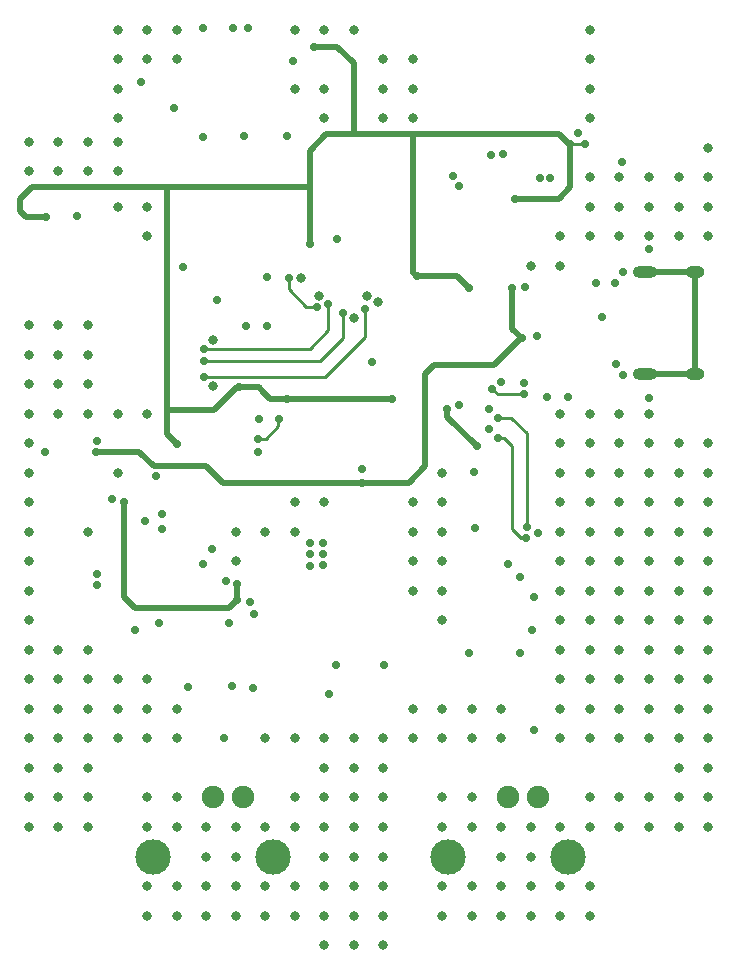
<source format=gbr>
%TF.GenerationSoftware,KiCad,Pcbnew,7.0.9*%
%TF.CreationDate,2024-01-09T08:16:38-05:00*%
%TF.ProjectId,mixed_signal_hw,6d697865-645f-4736-9967-6e616c5f6877,rev?*%
%TF.SameCoordinates,Original*%
%TF.FileFunction,Copper,L4,Bot*%
%TF.FilePolarity,Positive*%
%FSLAX46Y46*%
G04 Gerber Fmt 4.6, Leading zero omitted, Abs format (unit mm)*
G04 Created by KiCad (PCBNEW 7.0.9) date 2024-01-09 08:16:38*
%MOMM*%
%LPD*%
G01*
G04 APERTURE LIST*
%TA.AperFunction,ComponentPad*%
%ADD10C,1.900000*%
%TD*%
%TA.AperFunction,ComponentPad*%
%ADD11C,3.000000*%
%TD*%
%TA.AperFunction,ComponentPad*%
%ADD12O,2.100000X1.000000*%
%TD*%
%TA.AperFunction,ComponentPad*%
%ADD13O,1.600000X1.000000*%
%TD*%
%TA.AperFunction,ViaPad*%
%ADD14C,0.700000*%
%TD*%
%TA.AperFunction,ViaPad*%
%ADD15C,0.800000*%
%TD*%
%TA.AperFunction,Conductor*%
%ADD16C,0.500000*%
%TD*%
%TA.AperFunction,Conductor*%
%ADD17C,0.293370*%
%TD*%
G04 APERTURE END LIST*
D10*
%TO.P,J300,1,In*%
%TO.N,/ADC/IN*%
X113080000Y-119920000D03*
D11*
%TO.P,J300,2,Ext*%
%TO.N,GND*%
X118160000Y-125000000D03*
D10*
X115620000Y-119920000D03*
D11*
X108000000Y-125000000D03*
%TD*%
D10*
%TO.P,J400,1,In*%
%TO.N,/DAC/OUT*%
X138023600Y-119920000D03*
D11*
%TO.P,J400,2,Ext*%
%TO.N,GND*%
X143103600Y-125000000D03*
D10*
X140563600Y-119920000D03*
D11*
X132943600Y-125000000D03*
%TD*%
D12*
%TO.P,J201,S1,SHIELD*%
%TO.N,unconnected-(J201-SHIELD-PadS1)*%
X149680000Y-84145000D03*
D13*
X153860000Y-84145000D03*
D12*
X149680000Y-75505000D03*
D13*
X153860000Y-75505000D03*
%TD*%
D14*
%TO.N,GND*%
X147790000Y-84200000D03*
X135250000Y-97225000D03*
X140240000Y-114310000D03*
D15*
X105000000Y-67000000D03*
D14*
X126537500Y-83124999D03*
X106960000Y-59400000D03*
D15*
X110000000Y-112500000D03*
X155000000Y-105000000D03*
X122500000Y-120000000D03*
X147500000Y-67500000D03*
X105000000Y-55000000D03*
X125000000Y-127500000D03*
D14*
X123560000Y-72685000D03*
D15*
X100000000Y-64500000D03*
X102500000Y-122500000D03*
X150000000Y-105000000D03*
D14*
X146050000Y-79300000D03*
X103290000Y-89850000D03*
D15*
X97500000Y-102500000D03*
X125000000Y-115000000D03*
X97500000Y-112500000D03*
X152500000Y-72500000D03*
X142500000Y-130000000D03*
X142500000Y-75000000D03*
X120000000Y-120000000D03*
X127500000Y-127500000D03*
D14*
X127590000Y-108795000D03*
D15*
X105000000Y-70000000D03*
X147500000Y-72500000D03*
D14*
X108750000Y-97250000D03*
X116890000Y-90770000D03*
D15*
X130000000Y-112500000D03*
D14*
X113437500Y-77849999D03*
D15*
X125000000Y-117500000D03*
X107500000Y-112500000D03*
X100000000Y-122500000D03*
X130000000Y-95000000D03*
X102500000Y-117500000D03*
D14*
X107350000Y-96625000D03*
D15*
X97500000Y-107500000D03*
X107500000Y-120000000D03*
X142500000Y-122500000D03*
X120000000Y-115000000D03*
D14*
X122395627Y-100337882D03*
X101590000Y-70755000D03*
D15*
X140000000Y-75000000D03*
D14*
X139070000Y-101345000D03*
D15*
X145000000Y-105000000D03*
X147500000Y-95000000D03*
X137500000Y-115000000D03*
X126100000Y-77540000D03*
X97500000Y-100000000D03*
X137500000Y-125000000D03*
X130000000Y-57500000D03*
X100000000Y-112500000D03*
X102500000Y-64500000D03*
D14*
X117687500Y-75924999D03*
D15*
X135000000Y-122500000D03*
X145000000Y-110000000D03*
X102500000Y-112500000D03*
X132500000Y-92500000D03*
X152500000Y-67500000D03*
X142500000Y-107500000D03*
X120000000Y-60000000D03*
X132500000Y-95000000D03*
X115000000Y-100000000D03*
X150000000Y-97500000D03*
X115000000Y-130000000D03*
X112500000Y-125000000D03*
D14*
X112225000Y-64040000D03*
X114675000Y-110575000D03*
X147120000Y-76400000D03*
D15*
X122500000Y-117500000D03*
D14*
X116960000Y-87930000D03*
D15*
X130000000Y-60000000D03*
X110000000Y-130000000D03*
D14*
X140230000Y-103060000D03*
D15*
X152500000Y-110000000D03*
X115000000Y-127500000D03*
X100000000Y-107500000D03*
D14*
X143960000Y-63750000D03*
D15*
X105000000Y-87500000D03*
X152500000Y-92500000D03*
X120000000Y-55000000D03*
D14*
X116060000Y-54810000D03*
D15*
X117500000Y-122500000D03*
X147500000Y-105000000D03*
X137500000Y-130000000D03*
X97500000Y-115000000D03*
X147500000Y-70000000D03*
D14*
X140510000Y-80910000D03*
D15*
X132500000Y-130000000D03*
X127500000Y-125000000D03*
X122500000Y-132500000D03*
X110000000Y-55000000D03*
D14*
X116525000Y-104475000D03*
D15*
X125000000Y-55000000D03*
D14*
X136480000Y-88820000D03*
X115837500Y-80099999D03*
D15*
X140000000Y-127500000D03*
X152500000Y-112500000D03*
X152500000Y-100000000D03*
X155000000Y-90000000D03*
X100000000Y-85000000D03*
X97500000Y-82500000D03*
X127500000Y-115000000D03*
X102500000Y-97500000D03*
D14*
X145480500Y-76400000D03*
D15*
X142500000Y-92500000D03*
X147500000Y-97500000D03*
X140000000Y-125000000D03*
X100000000Y-117500000D03*
X145000000Y-102500000D03*
X155000000Y-100000000D03*
X110000000Y-120000000D03*
D14*
X136630000Y-65570000D03*
X141660000Y-67530000D03*
D15*
X127062500Y-78024999D03*
X145000000Y-67500000D03*
D14*
X114780000Y-54820000D03*
D15*
X105000000Y-62500000D03*
D14*
X123490000Y-108770000D03*
D15*
X145000000Y-62500000D03*
X122500000Y-127500000D03*
X150000000Y-115000000D03*
X105000000Y-92500000D03*
X145000000Y-122500000D03*
X132500000Y-112500000D03*
D14*
X114188721Y-101696627D03*
D15*
X140000000Y-122500000D03*
X150000000Y-72500000D03*
X155000000Y-70000000D03*
D14*
X103275000Y-101975000D03*
D15*
X97500000Y-87500000D03*
X155000000Y-97500000D03*
X150000000Y-90000000D03*
X112500000Y-122500000D03*
X147500000Y-90000000D03*
D14*
X109760000Y-61600000D03*
D15*
X130000000Y-97500000D03*
X102500000Y-107500000D03*
X145000000Y-90000000D03*
X142500000Y-115000000D03*
X147500000Y-102500000D03*
X155000000Y-65000000D03*
X155000000Y-115000000D03*
X142500000Y-90000000D03*
X155000000Y-95000000D03*
X142500000Y-105000000D03*
X147500000Y-120000000D03*
X145000000Y-97500000D03*
X155000000Y-110000000D03*
D14*
X150000000Y-86160000D03*
D15*
X147500000Y-115000000D03*
X122500000Y-60000000D03*
X107500000Y-87500000D03*
X145000000Y-112500000D03*
D14*
X133430000Y-67420000D03*
D15*
X152500000Y-117500000D03*
D14*
X121270000Y-100410000D03*
D15*
X107500000Y-130000000D03*
X100000000Y-87500000D03*
D14*
X108750000Y-96000000D03*
D15*
X117500000Y-115000000D03*
D14*
X133940000Y-86750000D03*
X104570000Y-94760000D03*
D15*
X150000000Y-100000000D03*
X142500000Y-127500000D03*
X102500000Y-85000000D03*
D14*
X125730000Y-92202000D03*
D15*
X152500000Y-95000000D03*
X137500000Y-112500000D03*
X127500000Y-132500000D03*
X142500000Y-72500000D03*
X97500000Y-90000000D03*
X135000000Y-120000000D03*
D14*
X149970000Y-73560000D03*
D15*
X100000000Y-120000000D03*
X120000000Y-97500000D03*
X107500000Y-70000000D03*
D14*
X135185000Y-92455000D03*
D15*
X150000000Y-110000000D03*
X122500000Y-130000000D03*
X150000000Y-112500000D03*
X155000000Y-102500000D03*
D14*
X113000000Y-98925000D03*
X140600000Y-97600000D03*
D15*
X97500000Y-105000000D03*
X132500000Y-127500000D03*
X130000000Y-62500000D03*
X120000000Y-95000000D03*
X122500000Y-55000000D03*
X150000000Y-120000000D03*
X145000000Y-130000000D03*
X155000000Y-120000000D03*
X117500000Y-127500000D03*
X132500000Y-115000000D03*
X137500000Y-127500000D03*
X97500000Y-110000000D03*
X145000000Y-57500000D03*
X110000000Y-122500000D03*
X147500000Y-107500000D03*
X102500000Y-115000000D03*
X147500000Y-110000000D03*
X150000000Y-95000000D03*
X145000000Y-92500000D03*
X142500000Y-100000000D03*
X155000000Y-67500000D03*
D14*
X122360000Y-98430000D03*
D15*
X115000000Y-125000000D03*
X105000000Y-115000000D03*
X105000000Y-57500000D03*
X145000000Y-87500000D03*
X150000000Y-122500000D03*
X107500000Y-122500000D03*
X120000000Y-127500000D03*
X105000000Y-110000000D03*
D14*
X103275000Y-101050000D03*
D15*
X142500000Y-110000000D03*
X150000000Y-107500000D03*
X132500000Y-122500000D03*
X145000000Y-115000000D03*
X147500000Y-92500000D03*
X102500000Y-80000000D03*
D14*
X119350000Y-64000000D03*
D15*
X100000000Y-67000000D03*
X155000000Y-122500000D03*
X102500000Y-110000000D03*
D14*
X137500000Y-84810000D03*
D15*
X127500000Y-122500000D03*
X155000000Y-112500000D03*
D14*
X106500800Y-105858200D03*
X141340000Y-86080000D03*
D15*
X122500000Y-122500000D03*
X152500000Y-70000000D03*
D14*
X122890000Y-111240000D03*
D15*
X102500000Y-87500000D03*
X135000000Y-112500000D03*
D14*
X114425000Y-105225000D03*
D15*
X130000000Y-115000000D03*
X105000000Y-60000000D03*
X107500000Y-55000000D03*
X127500000Y-120000000D03*
X135000000Y-127500000D03*
X155000000Y-117500000D03*
X107500000Y-115000000D03*
X102500000Y-82500000D03*
X117500000Y-130000000D03*
X117500000Y-97500000D03*
X107500000Y-72500000D03*
D14*
X117687500Y-80099999D03*
D15*
X122500000Y-95000000D03*
X145000000Y-60000000D03*
X142500000Y-95000000D03*
D14*
X133920000Y-68200000D03*
D15*
X107500000Y-110000000D03*
D14*
X108235000Y-92755000D03*
D15*
X122037500Y-77499999D03*
X127500000Y-62500000D03*
X127500000Y-130000000D03*
X100000000Y-115000000D03*
X147500000Y-112500000D03*
X152500000Y-97500000D03*
D14*
X139040000Y-107760000D03*
D15*
X105000000Y-64500000D03*
X147500000Y-100000000D03*
D14*
X147200000Y-83290000D03*
D15*
X97500000Y-64500000D03*
X125000000Y-125000000D03*
D14*
X122360000Y-99400000D03*
D15*
X142500000Y-102500000D03*
X125050000Y-79410000D03*
X150000000Y-67500000D03*
D14*
X112250000Y-100250000D03*
D15*
X107500000Y-127500000D03*
X132500000Y-102500000D03*
X132500000Y-97500000D03*
D14*
X147730000Y-66200000D03*
D15*
X110000000Y-57500000D03*
X150000000Y-92500000D03*
X135000000Y-130000000D03*
X122500000Y-62500000D03*
D14*
X147840000Y-75540000D03*
X114050000Y-114950000D03*
X110970000Y-110660000D03*
X140730000Y-67540000D03*
D15*
X97500000Y-95000000D03*
X127500000Y-117500000D03*
X97500000Y-92500000D03*
D14*
X116460000Y-110700000D03*
D15*
X97500000Y-80000000D03*
X125000000Y-122500000D03*
X140000000Y-130000000D03*
X112500000Y-127500000D03*
D14*
X136470000Y-87080000D03*
X121290000Y-98430000D03*
D15*
X145000000Y-100000000D03*
X145000000Y-72500000D03*
X102500000Y-120000000D03*
X100000000Y-80000000D03*
D14*
X137670000Y-65540000D03*
D15*
X135000000Y-115000000D03*
X150000000Y-87500000D03*
X97500000Y-120000000D03*
X127500000Y-60000000D03*
X97500000Y-67000000D03*
X145000000Y-95000000D03*
X155000000Y-107500000D03*
X97500000Y-97500000D03*
X132500000Y-100000000D03*
X142500000Y-97500000D03*
X152500000Y-115000000D03*
X97500000Y-122500000D03*
X100000000Y-82500000D03*
D14*
X134780000Y-107750000D03*
D15*
X122500000Y-125000000D03*
X152500000Y-105000000D03*
D14*
X139380000Y-84920000D03*
D15*
X152500000Y-90000000D03*
X125000000Y-132500000D03*
X113070000Y-85200000D03*
X152500000Y-122500000D03*
X150000000Y-102500000D03*
X125000000Y-120000000D03*
D14*
X139460000Y-76750000D03*
D15*
X147500000Y-87500000D03*
X113060000Y-81230000D03*
X145000000Y-70000000D03*
X155000000Y-92500000D03*
X145000000Y-107500000D03*
X147500000Y-122500000D03*
X142500000Y-87500000D03*
X145000000Y-127500000D03*
X137500000Y-122500000D03*
D14*
X98900000Y-90720000D03*
D15*
X150000000Y-70000000D03*
X115000000Y-97500000D03*
X120000000Y-130000000D03*
X152500000Y-120000000D03*
X105000000Y-112500000D03*
X102500000Y-67000000D03*
X107500000Y-57500000D03*
X120560000Y-75980000D03*
X112500000Y-130000000D03*
D14*
X140090000Y-105840000D03*
D15*
X115000000Y-122500000D03*
X155000000Y-72500000D03*
D14*
X116240000Y-103490000D03*
D15*
X110000000Y-127500000D03*
X152500000Y-107500000D03*
X145000000Y-120000000D03*
D14*
X121290000Y-99400000D03*
X143170000Y-86070000D03*
D15*
X125000000Y-130000000D03*
X152500000Y-102500000D03*
D14*
X108500000Y-105250000D03*
D15*
X130000000Y-100000000D03*
X97500000Y-85000000D03*
D14*
X119835000Y-57605000D03*
D15*
X132500000Y-120000000D03*
X142500000Y-112500000D03*
D14*
X115730000Y-64030000D03*
D15*
X132500000Y-105000000D03*
X97500000Y-117500000D03*
D14*
X110562500Y-75099999D03*
X112250000Y-54830000D03*
D15*
X110000000Y-115000000D03*
X100000000Y-110000000D03*
X130000000Y-102500000D03*
D14*
X138047376Y-100239681D03*
D15*
X127500000Y-57500000D03*
X145000000Y-55000000D03*
X120000000Y-122500000D03*
X122500000Y-115000000D03*
D14*
%TO.N,+5V*%
X139210000Y-81100000D03*
X103140000Y-90750000D03*
X125700000Y-93340000D03*
X138420000Y-76840000D03*
%TO.N,+3.3VA*%
X105580000Y-95010000D03*
X115120000Y-103306185D03*
X115100000Y-101890000D03*
%TO.N,+3V3*%
X144550000Y-64700000D03*
X128220000Y-86300000D03*
X132930000Y-87130000D03*
X110060000Y-90070000D03*
X115260000Y-85270000D03*
X134740000Y-76850000D03*
X121600000Y-56470000D03*
X98936185Y-70820000D03*
X143330000Y-64710000D03*
X138690000Y-69300000D03*
X119380000Y-86280000D03*
X130330000Y-75860000D03*
X121310000Y-73180000D03*
X135400000Y-90236185D03*
%TO.N,/MCU/NRST*%
X119500000Y-75990000D03*
X121870000Y-78500000D03*
%TO.N,SPI2_NSS*%
X139393815Y-85850000D03*
X136730000Y-85390000D03*
%TO.N,SPI1_NSS*%
X118640000Y-87940000D03*
X116870000Y-89660000D03*
%TO.N,/MCU/TIM4_CH1*%
X112330000Y-82000000D03*
X122810000Y-78230000D03*
%TO.N,/MCU/TIM4_CH2*%
X112290000Y-84370000D03*
X125990000Y-78630000D03*
%TO.N,/MCU/TIM4_CH3*%
X112290000Y-83020000D03*
X124060000Y-79020000D03*
%TO.N,DAC_NCLR*%
X137190000Y-89540000D03*
X139620000Y-98050000D03*
%TO.N,DAC_NLDAC*%
X139650000Y-97060000D03*
X137210000Y-87850000D03*
%TD*%
D16*
%TO.N,+5V*%
X129672000Y-93340000D02*
X131050000Y-91962000D01*
X138420000Y-76840000D02*
X138420000Y-80310000D01*
X131050000Y-91962000D02*
X131050000Y-84150000D01*
X131790000Y-83410000D02*
X136880000Y-83410000D01*
X113914000Y-93340000D02*
X112529000Y-91955000D01*
X106860000Y-90750000D02*
X103140000Y-90750000D01*
X131050000Y-84150000D02*
X131790000Y-83410000D01*
X112529000Y-91955000D02*
X108065000Y-91955000D01*
X136880000Y-83410000D02*
X139190000Y-81100000D01*
X125700000Y-93340000D02*
X129672000Y-93340000D01*
X139190000Y-81100000D02*
X139210000Y-81100000D01*
X125700000Y-93340000D02*
X113914000Y-93340000D01*
X108065000Y-91955000D02*
X106860000Y-90750000D01*
X138420000Y-80310000D02*
X139210000Y-81100000D01*
%TO.N,+3.3VA*%
X115100000Y-103286185D02*
X115120000Y-103306185D01*
X105580000Y-103030000D02*
X105580000Y-95010000D01*
X115120000Y-103306185D02*
X114476185Y-103950000D01*
X114476185Y-103950000D02*
X106500000Y-103950000D01*
X115100000Y-101890000D02*
X115100000Y-103286185D01*
X106500000Y-103950000D02*
X105580000Y-103030000D01*
%TO.N,+3V3*%
X121260000Y-68326000D02*
X121260000Y-73130000D01*
X117300000Y-85630000D02*
X116940000Y-85270000D01*
X109220000Y-68326000D02*
X109220000Y-87122000D01*
X121260000Y-73130000D02*
X121310000Y-73180000D01*
X115110000Y-85270000D02*
X113160000Y-87220000D01*
X125000000Y-57850000D02*
X125000000Y-63860000D01*
X117950000Y-86280000D02*
X117300000Y-85630000D01*
X142270000Y-63860000D02*
X130050000Y-63860000D01*
X121600000Y-56470000D02*
X123620000Y-56470000D01*
X143330000Y-68320000D02*
X143330000Y-64710000D01*
X130050000Y-63860000D02*
X125000000Y-63860000D01*
X109220000Y-68326000D02*
X97790000Y-68326000D01*
X130050000Y-63860000D02*
X130050000Y-75580000D01*
X121260000Y-68326000D02*
X109220000Y-68326000D01*
X115260000Y-85270000D02*
X115110000Y-85270000D01*
X109220000Y-89230000D02*
X110060000Y-90070000D01*
X96774000Y-70358000D02*
X97236000Y-70820000D01*
X142350000Y-69300000D02*
X143330000Y-68320000D01*
D17*
X142364738Y-63860000D02*
X142270000Y-63860000D01*
D16*
X96774000Y-69342000D02*
X96774000Y-70358000D01*
X109220000Y-87122000D02*
X109220000Y-89230000D01*
X119400000Y-86300000D02*
X119380000Y-86280000D01*
X97790000Y-68326000D02*
X96774000Y-69342000D01*
X122677600Y-63860000D02*
X121260000Y-65277600D01*
X97236000Y-70820000D02*
X98936185Y-70820000D01*
X119380000Y-86280000D02*
X117950000Y-86280000D01*
X130330000Y-75860000D02*
X133750000Y-75860000D01*
X125000000Y-63860000D02*
X124206000Y-63860000D01*
D17*
X143330000Y-64710000D02*
X143214738Y-64710000D01*
X130050000Y-75580000D02*
X130330000Y-75860000D01*
X144540000Y-64710000D02*
X144550000Y-64700000D01*
D16*
X132930000Y-87766185D02*
X135400000Y-90236185D01*
X132930000Y-87130000D02*
X132930000Y-87766185D01*
D17*
X143330000Y-64710000D02*
X144540000Y-64710000D01*
D16*
X133750000Y-75860000D02*
X134740000Y-76850000D01*
X124206000Y-63860000D02*
X122677600Y-63860000D01*
X143214738Y-64710000D02*
X142364738Y-63860000D01*
X109318000Y-87220000D02*
X109220000Y-87122000D01*
X128220000Y-86300000D02*
X119400000Y-86300000D01*
X116940000Y-85270000D02*
X115260000Y-85270000D01*
X121260000Y-65277600D02*
X121260000Y-68326000D01*
X113160000Y-87220000D02*
X109318000Y-87220000D01*
X123620000Y-56470000D02*
X125000000Y-57850000D01*
X138690000Y-69300000D02*
X142350000Y-69300000D01*
D17*
%TO.N,/MCU/NRST*%
X121820000Y-78450000D02*
X121870000Y-78500000D01*
X119500000Y-76990000D02*
X119500000Y-75990000D01*
X120960000Y-78450000D02*
X119500000Y-76990000D01*
X120960000Y-78450000D02*
X121820000Y-78450000D01*
D16*
%TO.N,unconnected-(J201-SHIELD-PadS1)*%
X149680000Y-75505000D02*
X153860000Y-75505000D01*
X153860000Y-84145000D02*
X149680000Y-84145000D01*
X153860000Y-75505000D02*
X153860000Y-84145000D01*
D17*
%TO.N,SPI2_NSS*%
X139393815Y-85850000D02*
X137190000Y-85850000D01*
X137190000Y-85850000D02*
X136730000Y-85390000D01*
%TO.N,SPI1_NSS*%
X117550000Y-89660000D02*
X118630000Y-88580000D01*
X116870000Y-89660000D02*
X117550000Y-89660000D01*
X118630000Y-87950000D02*
X118640000Y-87940000D01*
X118630000Y-88580000D02*
X118630000Y-87950000D01*
%TO.N,/MCU/TIM4_CH1*%
X122810000Y-78230000D02*
X122810000Y-80420000D01*
X112330000Y-82000000D02*
X121270000Y-82000000D01*
X122810000Y-80420000D02*
X122830000Y-80440000D01*
X121270000Y-82000000D02*
X122830000Y-80440000D01*
%TO.N,/MCU/TIM4_CH2*%
X125930000Y-81020000D02*
X125930000Y-78690000D01*
X112290000Y-84370000D02*
X122570000Y-84370000D01*
X125930000Y-78690000D02*
X125990000Y-78630000D01*
X125920000Y-81020000D02*
X125930000Y-81020000D01*
X122570000Y-84370000D02*
X125920000Y-81020000D01*
%TO.N,/MCU/TIM4_CH3*%
X122140000Y-83020000D02*
X124060000Y-81100000D01*
X124060000Y-81100000D02*
X124060000Y-79020000D01*
X112290000Y-83020000D02*
X122140000Y-83020000D01*
%TO.N,DAC_NCLR*%
X137190000Y-89540000D02*
X137700000Y-89540000D01*
X137700000Y-89540000D02*
X138420000Y-90260000D01*
X139170000Y-98050000D02*
X139620000Y-98050000D01*
X138420000Y-90260000D02*
X138420000Y-97300000D01*
X138420000Y-97300000D02*
X139170000Y-98050000D01*
%TO.N,DAC_NLDAC*%
X138350000Y-87850000D02*
X139650000Y-89150000D01*
X139650000Y-89150000D02*
X139650000Y-97060000D01*
X137210000Y-87850000D02*
X138350000Y-87850000D01*
%TD*%
M02*

</source>
